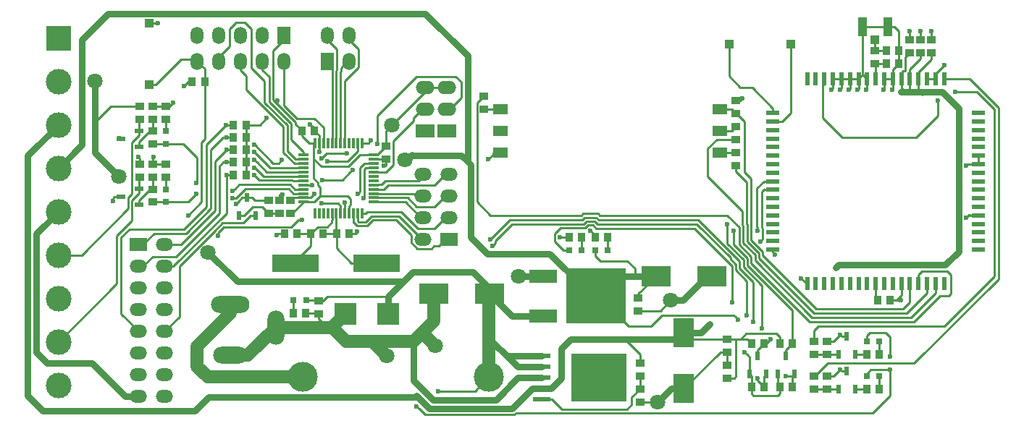
<source format=gbr>
G04 #@! TF.FileFunction,Copper,L1,Top,Signal*
%FSLAX46Y46*%
G04 Gerber Fmt 4.6, Leading zero omitted, Abs format (unit mm)*
G04 Created by KiCad (PCBNEW (2015-05-11 BZR 5650)-product) date Mon 11 May 2015 08:58:08 PM *
%MOMM*%
G01*
G04 APERTURE LIST*
%ADD10C,0.100000*%
%ADD11R,1.600000X0.600000*%
%ADD12R,0.600000X1.600000*%
%ADD13R,1.998980X1.524000*%
%ADD14O,1.998980X1.524000*%
%ADD15R,2.199640X1.524000*%
%ADD16O,2.199640X1.524000*%
%ADD17R,3.500120X2.400300*%
%ADD18R,2.550160X2.499360*%
%ADD19R,1.000760X0.899160*%
%ADD20R,2.400300X3.500120*%
%ADD21R,0.899160X1.000760*%
%ADD22C,3.500120*%
%ADD23O,1.998980X4.000500*%
%ADD24O,4.000500X1.998980*%
%ADD25O,4.500880X1.998980*%
%ADD26R,1.700000X1.300000*%
%ADD27R,1.050000X2.200000*%
%ADD28R,1.000000X1.050000*%
%ADD29R,2.999740X2.999740*%
%ADD30C,2.999740*%
%ADD31R,0.797560X0.797560*%
%ADD32R,0.599440X1.000760*%
%ADD33R,1.000760X0.599440*%
%ADD34R,1.000760X1.000760*%
%ADD35R,1.998980X0.596900*%
%ADD36R,6.499860X5.598160*%
%ADD37R,3.200400X1.600200*%
%ADD38R,7.000240X6.499860*%
%ADD39R,0.299720X1.300480*%
%ADD40R,1.300480X0.299720*%
%ADD41R,5.499100X1.998980*%
%ADD42R,1.524000X1.998980*%
%ADD43O,1.524000X1.998980*%
%ADD44C,0.600000*%
%ADD45C,1.800000*%
%ADD46C,0.254000*%
%ADD47C,0.800000*%
%ADD48C,1.500000*%
G04 APERTURE END LIST*
D10*
D11*
X152654000Y-99250000D03*
X152654000Y-100250000D03*
X152654000Y-101250000D03*
X152654000Y-102250000D03*
X152654000Y-103250000D03*
X152654000Y-104250000D03*
X152654000Y-105250000D03*
X152654000Y-106250000D03*
X152654000Y-107250000D03*
X152654000Y-108250000D03*
X152654000Y-109250000D03*
X152654000Y-110250000D03*
X152654000Y-111250000D03*
X152654000Y-112250000D03*
X152654000Y-113250000D03*
X152654000Y-114250000D03*
X152654000Y-115250000D03*
D12*
X156654000Y-119250000D03*
X157654000Y-119250000D03*
X158654000Y-119250000D03*
X159654000Y-119250000D03*
X160654000Y-119250000D03*
X161654000Y-119250000D03*
X162654000Y-119250000D03*
X163654000Y-119250000D03*
X164654000Y-119250000D03*
X165654000Y-119250000D03*
X166654000Y-119250000D03*
X167654000Y-119250000D03*
X168654000Y-119250000D03*
X169654000Y-119250000D03*
X170654000Y-119250000D03*
X171654000Y-119250000D03*
X172654000Y-119250000D03*
D11*
X176654000Y-115250000D03*
X176654000Y-114250000D03*
X176654000Y-113250000D03*
X176654000Y-112250000D03*
X176654000Y-111250000D03*
X176654000Y-110250000D03*
X176654000Y-109250000D03*
X176654000Y-108250000D03*
X176654000Y-107250000D03*
X176654000Y-106250000D03*
X176654000Y-105250000D03*
X176654000Y-104250000D03*
X176654000Y-103250000D03*
X176654000Y-102250000D03*
X176654000Y-101250000D03*
X176654000Y-100250000D03*
X176654000Y-99250000D03*
D12*
X172654000Y-95250000D03*
X171654000Y-95250000D03*
X170654000Y-95250000D03*
X169654000Y-95250000D03*
X168654000Y-95250000D03*
X167654000Y-95250000D03*
X166654000Y-95250000D03*
X165654000Y-95250000D03*
X164654000Y-95250000D03*
X163654000Y-95250000D03*
X162654000Y-95250000D03*
X161654000Y-95250000D03*
X160654000Y-95250000D03*
X159654000Y-95250000D03*
X158654000Y-95250000D03*
X157654000Y-95250000D03*
X156654000Y-95250000D03*
D13*
X78491080Y-114681000D03*
D14*
X81528920Y-114681000D03*
X78491080Y-117221000D03*
X81528920Y-117221000D03*
X78491080Y-119761000D03*
X81528920Y-119761000D03*
X78491080Y-122301000D03*
X81528920Y-122301000D03*
X78491080Y-124841000D03*
X81528920Y-124841000D03*
X78491080Y-127381000D03*
X81528920Y-127381000D03*
X78491080Y-129921000D03*
X81528920Y-129921000D03*
X78491080Y-132461000D03*
X81528920Y-132461000D03*
D15*
X112014000Y-101346000D03*
D16*
X112014000Y-98806000D03*
X112014000Y-96266000D03*
D17*
X119519700Y-120396000D03*
X113017300Y-120396000D03*
D18*
X102631240Y-122809000D03*
X107680760Y-122809000D03*
D19*
X99568000Y-121231660D03*
X99568000Y-122735340D03*
D17*
X138988800Y-118364000D03*
X145491200Y-118364000D03*
D20*
X142240000Y-125018800D03*
X142240000Y-131521200D03*
D19*
X136906000Y-120914160D03*
X136906000Y-122417840D03*
X147320000Y-125740160D03*
X147320000Y-127243840D03*
D21*
X164856160Y-121158000D03*
X166359840Y-121158000D03*
X165872160Y-93472000D03*
X167375840Y-93472000D03*
X165872160Y-91948000D03*
X167375840Y-91948000D03*
D19*
X148336000Y-99303840D03*
X148336000Y-97800160D03*
D21*
X86233000Y-95631000D03*
X84729320Y-95631000D03*
X97017840Y-113411000D03*
X95514160Y-113411000D03*
X101620320Y-113411000D03*
X103124000Y-113411000D03*
X97546160Y-101346000D03*
X99049840Y-101346000D03*
D19*
X107442000Y-103144320D03*
X107442000Y-104648000D03*
X96266000Y-110987840D03*
X96266000Y-109484160D03*
D22*
X97701100Y-130175000D03*
X119468900Y-130175000D03*
D23*
X94518480Y-124388880D03*
D24*
X89217500Y-127640080D03*
D25*
X89217500Y-121638060D03*
D26*
X146470000Y-98806000D03*
X146470000Y-101346000D03*
X146470000Y-103886000D03*
X120770000Y-98806000D03*
X120770000Y-101346000D03*
X120770000Y-103886000D03*
D27*
X163117000Y-89154000D03*
X166067000Y-89154000D03*
D28*
X164592000Y-90679000D03*
D29*
X69151500Y-90487500D03*
D30*
X69151500Y-105727500D03*
X69151500Y-110807500D03*
X69151500Y-115887500D03*
X69151500Y-120967500D03*
X69151500Y-126047500D03*
X69151500Y-131127500D03*
X69151500Y-100647500D03*
X69151500Y-95567500D03*
D15*
X114554000Y-101346000D03*
D16*
X114554000Y-98806000D03*
X114554000Y-96266000D03*
D31*
X98082100Y-121208800D03*
X96583500Y-121208800D03*
X131838700Y-115316000D03*
X133337300Y-115316000D03*
X128790700Y-115316000D03*
X130289300Y-115316000D03*
X81692750Y-102889050D03*
X81692750Y-101390450D03*
X81692750Y-109683550D03*
X81692750Y-108184950D03*
D32*
X149923500Y-129834640D03*
X150876000Y-127721360D03*
X151828500Y-129834640D03*
X153225500Y-129834640D03*
X154178000Y-127721360D03*
X155130500Y-129834640D03*
D33*
X78558390Y-103219250D03*
X76445110Y-102266750D03*
X78558390Y-101314250D03*
X78558390Y-110013750D03*
X76445110Y-109061250D03*
X78558390Y-108108750D03*
D32*
X90233500Y-111292640D03*
X91186000Y-109179360D03*
X92138500Y-111292640D03*
D21*
X98033840Y-122682000D03*
X96530160Y-122682000D03*
X150124160Y-131318000D03*
X151627840Y-131318000D03*
X153426160Y-131318000D03*
X154929840Y-131318000D03*
X150124160Y-126238000D03*
X151627840Y-126238000D03*
X153426160Y-126238000D03*
X154929840Y-126238000D03*
D19*
X137160000Y-128534160D03*
X137160000Y-130037840D03*
X137160000Y-131582160D03*
X137160000Y-133085840D03*
X147320000Y-130291840D03*
X147320000Y-128788160D03*
D21*
X131836160Y-113792000D03*
X133339840Y-113792000D03*
X128788160Y-113792000D03*
X130291840Y-113792000D03*
D19*
X148336000Y-100848160D03*
X148336000Y-102351840D03*
X148336000Y-103896160D03*
X148336000Y-105399840D03*
X164592000Y-91958160D03*
X164592000Y-93461840D03*
X118872000Y-97292160D03*
X118872000Y-98795840D03*
X78644750Y-99970590D03*
X78644750Y-98466910D03*
X78644750Y-106765090D03*
X78644750Y-105261410D03*
X80168750Y-99970590D03*
X80168750Y-98466910D03*
X80168750Y-106765090D03*
X80168750Y-105261410D03*
X80168750Y-102891590D03*
X80168750Y-101387910D03*
X80168750Y-109686090D03*
X80168750Y-108182410D03*
X81692750Y-98466910D03*
X81692750Y-99970590D03*
X81692750Y-105261410D03*
X81692750Y-106765090D03*
D21*
X100076000Y-113411000D03*
X98572320Y-113411000D03*
D19*
X93726000Y-110987840D03*
X93726000Y-109484160D03*
X94996000Y-109484160D03*
X94996000Y-110987840D03*
D21*
X89545160Y-106489500D03*
X91048840Y-106489500D03*
X89545160Y-105029000D03*
X91048840Y-105029000D03*
X89545160Y-103568500D03*
X91048840Y-103568500D03*
X89545160Y-102108000D03*
X91048840Y-102108000D03*
X89545160Y-100647500D03*
X91048840Y-100647500D03*
D34*
X147530820Y-91186000D03*
X154729180Y-91186000D03*
X79756000Y-88729820D03*
X79756000Y-95928180D03*
D35*
X125577600Y-127711200D03*
X125577600Y-132791200D03*
D36*
X132275580Y-130251200D03*
D35*
X125577600Y-128981200D03*
X125577600Y-130251200D03*
X125577600Y-131521200D03*
D37*
X125755400Y-118399560D03*
X125755400Y-123002040D03*
D38*
X132003800Y-120700800D03*
D39*
X100604320Y-111033560D03*
X101104700Y-111033560D03*
X101605080Y-111033560D03*
X102102920Y-111033560D03*
X102603300Y-111033560D03*
X99103180Y-111033560D03*
X99603560Y-111033560D03*
X100103940Y-111033560D03*
D40*
X105953560Y-109684820D03*
X105953560Y-109184440D03*
X105953560Y-108684060D03*
X105953560Y-108183680D03*
X105953560Y-107683300D03*
X105953560Y-107182920D03*
X105953560Y-106685080D03*
X105953560Y-106184700D03*
D39*
X104604820Y-102834440D03*
X104104440Y-102834440D03*
X103604060Y-102834440D03*
X103103680Y-102834440D03*
X102603300Y-102834440D03*
X102102920Y-102834440D03*
X101605080Y-102834440D03*
X101104700Y-102834440D03*
D40*
X97754440Y-104183180D03*
X97754440Y-104683560D03*
X97754440Y-105183940D03*
X97754440Y-105684320D03*
X97754440Y-106184700D03*
X97754440Y-106685080D03*
X97754440Y-107182920D03*
X97754440Y-107683300D03*
D39*
X103103680Y-111033560D03*
X103604060Y-111033560D03*
X104104440Y-111033560D03*
X104604820Y-111033560D03*
D40*
X105953560Y-105684320D03*
X105953560Y-105183940D03*
X105953560Y-104683560D03*
X105953560Y-104183180D03*
D39*
X100604320Y-102834440D03*
X100103940Y-102834440D03*
X99603560Y-102834440D03*
X99103180Y-102834440D03*
D40*
X97754440Y-108183680D03*
X97754440Y-108684060D03*
X97754440Y-109184440D03*
X97754440Y-109684820D03*
D41*
X96786700Y-116840000D03*
X106286300Y-116840000D03*
D42*
X95504000Y-90175080D03*
D43*
X95504000Y-93212920D03*
X92964000Y-90175080D03*
X92964000Y-93212920D03*
X90424000Y-90175080D03*
X90424000Y-93212920D03*
X87884000Y-90175080D03*
X87884000Y-93212920D03*
X85344000Y-90175080D03*
X85344000Y-93212920D03*
D42*
X100584000Y-93212920D03*
D43*
X100584000Y-90175080D03*
X103124000Y-93212920D03*
X103124000Y-90175080D03*
D13*
X114802920Y-114046000D03*
D14*
X111765080Y-114046000D03*
X114802920Y-111506000D03*
X111765080Y-111506000D03*
X114802920Y-108966000D03*
X111765080Y-108966000D03*
X114802920Y-106426000D03*
X111765080Y-106426000D03*
D31*
X163588700Y-125984000D03*
X165087300Y-125984000D03*
X163588700Y-130048000D03*
X165087300Y-130048000D03*
D32*
X160337500Y-127548640D03*
X161290000Y-125435360D03*
X162242500Y-127548640D03*
X160337500Y-131612640D03*
X161290000Y-129499360D03*
X162242500Y-131612640D03*
D21*
X163586160Y-127508000D03*
X165089840Y-127508000D03*
X163586160Y-131572000D03*
X165089840Y-131572000D03*
D19*
X159004000Y-127497840D03*
X159004000Y-125994160D03*
X159004000Y-131561840D03*
X159004000Y-130058160D03*
X157480000Y-125994160D03*
X157480000Y-127497840D03*
X157480000Y-130058160D03*
X157480000Y-131561840D03*
X169926000Y-92191840D03*
X169926000Y-90688160D03*
X168656000Y-92191840D03*
X168656000Y-90688160D03*
X171196000Y-92191840D03*
X171196000Y-90688160D03*
D44*
X78486000Y-104394000D03*
D45*
X73406000Y-95504000D03*
X76200000Y-106680004D03*
X86614000Y-115570000D03*
D44*
X110996590Y-133605410D03*
X113538000Y-131826000D03*
X166370000Y-129286000D03*
X166370000Y-127762000D03*
X175260000Y-111506000D03*
X175260000Y-105410000D03*
X172701119Y-93616225D03*
X167640000Y-121158000D03*
X127762000Y-113792000D03*
X131318000Y-113030000D03*
X80264000Y-104394000D03*
X149098000Y-97536000D03*
D45*
X122936000Y-118364000D03*
D44*
X119380000Y-104648000D03*
X82550000Y-98044000D03*
X75502630Y-109538630D03*
X76233194Y-102182565D03*
X160528000Y-125222000D03*
X160528000Y-129286000D03*
X152908000Y-115824000D03*
X155956000Y-118618000D03*
X166624000Y-96520000D03*
X165608000Y-96520000D03*
X163576000Y-96520000D03*
X162560000Y-96520000D03*
X161544000Y-96520000D03*
X160528000Y-96520000D03*
X159512000Y-96520000D03*
D45*
X140716000Y-121158000D03*
X139192000Y-133096000D03*
X107492800Y-127711200D03*
X113131600Y-126492000D03*
D44*
X99060000Y-108712000D03*
X89901213Y-109869321D03*
X98553130Y-100582870D03*
X104013000Y-113157000D03*
X99603565Y-103841263D03*
X107132918Y-105398960D03*
X94615000Y-113538000D03*
X102616000Y-109728000D03*
X83820000Y-96146990D03*
X80772000Y-88773000D03*
X168656000Y-89662000D03*
X169926000Y-89662000D03*
X171196000Y-89662000D03*
X94742000Y-97790000D03*
X93472000Y-99822000D03*
X149352000Y-127254000D03*
X148590000Y-123444000D03*
D45*
X109575600Y-104749600D03*
X108121102Y-100666898D03*
D44*
X160020000Y-117348000D03*
X147840545Y-121399455D03*
X145288000Y-123952000D03*
X84264500Y-111252000D03*
X87757000Y-113665000D03*
X97599500Y-111760000D03*
X99885500Y-109855000D03*
X150842863Y-113078938D03*
X147320000Y-112268000D03*
X151384000Y-124460000D03*
X152400000Y-125730000D03*
X151153604Y-114276396D03*
X148082000Y-113030000D03*
X173990000Y-96774000D03*
X171958000Y-97790000D03*
X103512980Y-105918000D03*
X98806000Y-107696000D03*
X99986506Y-107100444D03*
X106426000Y-102870000D03*
X92011500Y-103822500D03*
X88773000Y-102108000D03*
X91998440Y-104711500D03*
X88773000Y-103568500D03*
X91983882Y-105649126D03*
X88773000Y-105029000D03*
X85224980Y-107420783D03*
X89471500Y-108394504D03*
X85224980Y-108742664D03*
X89471500Y-109194513D03*
X150876000Y-130302000D03*
X149606000Y-122936000D03*
X119888000Y-114808000D03*
X104140000Y-108712000D03*
X119600990Y-114033606D03*
X154178000Y-130048000D03*
X150368000Y-123698000D03*
X104803318Y-109220000D03*
X95342911Y-108767506D03*
X100584566Y-104902228D03*
X91998422Y-106489500D03*
X88773000Y-106489500D03*
X95250000Y-104775000D03*
X92011500Y-102997000D03*
X88709500Y-100647500D03*
X99841831Y-104604970D03*
X102872003Y-103977953D03*
X105664000Y-102488988D03*
D46*
X78644750Y-105261410D02*
X78644750Y-104552750D01*
X78644750Y-104552750D02*
X78486000Y-104394000D01*
D47*
X73406000Y-103886004D02*
X73406000Y-100327374D01*
X73406000Y-100327374D02*
X73406000Y-96776792D01*
D46*
X78644750Y-98466910D02*
X75266464Y-98466910D01*
X75266464Y-98466910D02*
X73406000Y-100327374D01*
D47*
X73406000Y-96776792D02*
X73406000Y-95504000D01*
X76200000Y-106680004D02*
X73406000Y-103886004D01*
X109419888Y-118989612D02*
X110553500Y-117856000D01*
X109419888Y-118989612D02*
X90033612Y-118989612D01*
X107680760Y-120728740D02*
X109419888Y-118989612D01*
X90033612Y-118989612D02*
X86614000Y-115570000D01*
D46*
X111296589Y-133905409D02*
X110996590Y-133605410D01*
X122433995Y-134585010D02*
X111976190Y-134585010D01*
X122653005Y-134366000D02*
X122433995Y-134585010D01*
X164338000Y-134366000D02*
X122653005Y-134366000D01*
X166370000Y-132334000D02*
X164338000Y-134366000D01*
X111976190Y-134585010D02*
X111296589Y-133905409D01*
X166370000Y-129286000D02*
X166370000Y-132334000D01*
X163588700Y-125984000D02*
X163588700Y-125331220D01*
X163588700Y-125331220D02*
X163951920Y-124968000D01*
X163951920Y-124968000D02*
X165862000Y-124968000D01*
X165862000Y-124968000D02*
X166370000Y-125476000D01*
X166370000Y-125476000D02*
X166370000Y-127762000D01*
X164084000Y-129286000D02*
X166370000Y-129286000D01*
X163588700Y-129781300D02*
X164084000Y-129286000D01*
X163588700Y-130048000D02*
X163588700Y-129781300D01*
X113538000Y-131826000D02*
X117817900Y-131826000D01*
X117817900Y-131826000D02*
X119468900Y-130175000D01*
D47*
X125577600Y-127711200D02*
X121513600Y-127711200D01*
X119468900Y-125666500D02*
X119468900Y-125615700D01*
X121513600Y-127711200D02*
X119468900Y-125666500D01*
X125577600Y-128981200D02*
X122834400Y-128981200D01*
X122834400Y-128981200D02*
X119468900Y-125615700D01*
X119468900Y-125615700D02*
X119468900Y-125615700D01*
X125755400Y-123002040D02*
X122125740Y-123002040D01*
X122125740Y-123002040D02*
X119519700Y-120396000D01*
D46*
X98082100Y-121208800D02*
X99545140Y-121208800D01*
X99545140Y-121208800D02*
X99568000Y-121231660D01*
X99568000Y-121231660D02*
X100053140Y-121231660D01*
X100053140Y-121231660D02*
X100556060Y-120728740D01*
X100556060Y-120728740D02*
X107680760Y-120728740D01*
D47*
X107680760Y-122809000D02*
X107680760Y-120728740D01*
X117538500Y-117856000D02*
X119519700Y-119837200D01*
X110553500Y-117856000D02*
X117538500Y-117856000D01*
X119519700Y-119837200D02*
X119519700Y-120396000D01*
D48*
X119468900Y-130175000D02*
X119468900Y-125615700D01*
X119468900Y-125615700D02*
X119468900Y-120446800D01*
X119468900Y-120446800D02*
X119519700Y-120396000D01*
D46*
X175559999Y-111206001D02*
X175260000Y-111506000D01*
X175770000Y-111250000D02*
X175726001Y-111206001D01*
X175726001Y-111206001D02*
X175559999Y-111206001D01*
X176654000Y-111250000D02*
X175516000Y-111250000D01*
X175516000Y-111250000D02*
X175260000Y-111506000D01*
X175420000Y-105250000D02*
X175260000Y-105410000D01*
X176654000Y-105250000D02*
X175420000Y-105250000D01*
X176654000Y-104250000D02*
X176654000Y-105250000D01*
X170654000Y-95250000D02*
X171654000Y-95250000D01*
X166359840Y-121158000D02*
X167640000Y-121158000D01*
X128788160Y-113792000D02*
X127762000Y-113792000D01*
X131836160Y-113792000D02*
X131836160Y-113548160D01*
X131836160Y-113548160D02*
X131318000Y-113030000D01*
X80168750Y-105261410D02*
X80168750Y-104489250D01*
X80168750Y-104489250D02*
X80264000Y-104394000D01*
X81692750Y-105261410D02*
X80168750Y-105261410D01*
X148336000Y-97800160D02*
X148833840Y-97800160D01*
X148833840Y-97800160D02*
X149098000Y-97536000D01*
D47*
X125755400Y-118399560D02*
X122971560Y-118399560D01*
X122971560Y-118399560D02*
X122936000Y-118364000D01*
D46*
X119920000Y-103886000D02*
X119920000Y-104108000D01*
X119920000Y-104108000D02*
X119380000Y-104648000D01*
X81692750Y-98466910D02*
X82127090Y-98466910D01*
X82127090Y-98466910D02*
X82550000Y-98044000D01*
X80168750Y-98466910D02*
X81692750Y-98466910D01*
X75690730Y-109061250D02*
X75502630Y-109249350D01*
X76445110Y-109061250D02*
X75690730Y-109061250D01*
X75502630Y-109249350D02*
X75502630Y-109538630D01*
X76317379Y-102266750D02*
X76233194Y-102182565D01*
X76445110Y-102266750D02*
X76317379Y-102266750D01*
D47*
X125577600Y-130251200D02*
X122842573Y-130251200D01*
X110617000Y-130538774D02*
X110617000Y-125984000D01*
X112936216Y-132857990D02*
X110617000Y-130538774D01*
X120235783Y-132857990D02*
X112936216Y-132857990D01*
X122842573Y-130251200D02*
X120235783Y-132857990D01*
D46*
X159004000Y-130058160D02*
X159755840Y-130058160D01*
X159755840Y-130058160D02*
X160528000Y-129286000D01*
X159004000Y-125994160D02*
X159755840Y-125994160D01*
X159755840Y-125994160D02*
X160528000Y-125222000D01*
X161290000Y-125435360D02*
X160741360Y-125435360D01*
X160741360Y-125435360D02*
X160528000Y-125222000D01*
X161290000Y-129499360D02*
X160741360Y-129499360D01*
X160741360Y-129499360D02*
X160528000Y-129286000D01*
X152654000Y-115250000D02*
X152654000Y-115570000D01*
X152654000Y-115570000D02*
X152908000Y-115824000D01*
X156654000Y-119250000D02*
X156588000Y-119250000D01*
X156588000Y-119250000D02*
X155956000Y-118618000D01*
X166359840Y-121158000D02*
X167063420Y-121158000D01*
X167063420Y-121158000D02*
X167654000Y-120567420D01*
X167654000Y-120567420D02*
X167654000Y-120304000D01*
X167654000Y-120304000D02*
X167654000Y-119250000D01*
X147320000Y-127243840D02*
X147320000Y-128788160D01*
X137160000Y-133085840D02*
X139181840Y-133085840D01*
X139181840Y-133085840D02*
X139192000Y-133096000D01*
X166654000Y-95250000D02*
X166654000Y-96490000D01*
X166654000Y-96490000D02*
X166624000Y-96520000D01*
X165654000Y-95250000D02*
X165654000Y-96474000D01*
X165654000Y-96474000D02*
X165608000Y-96520000D01*
X163654000Y-95250000D02*
X163654000Y-96442000D01*
X163654000Y-96442000D02*
X163576000Y-96520000D01*
X162654000Y-95250000D02*
X162654000Y-96426000D01*
X162654000Y-96426000D02*
X162560000Y-96520000D01*
X161654000Y-95250000D02*
X161654000Y-96410000D01*
X161654000Y-96410000D02*
X161544000Y-96520000D01*
X160654000Y-95250000D02*
X160654000Y-96394000D01*
X160654000Y-96394000D02*
X160528000Y-96520000D01*
X159654000Y-95250000D02*
X159654000Y-96378000D01*
X159654000Y-96378000D02*
X159512000Y-96520000D01*
X159654000Y-95250000D02*
X161654000Y-95250000D01*
X159654000Y-95250000D02*
X160654000Y-95250000D01*
X161654000Y-95250000D02*
X162654000Y-95250000D01*
X163117000Y-94212724D02*
X163117000Y-94713000D01*
X163117000Y-89154000D02*
X163117000Y-94212724D01*
X163117000Y-94212724D02*
X163117000Y-94787000D01*
X163117000Y-94787000D02*
X162654000Y-95250000D01*
X163117000Y-94713000D02*
X163654000Y-95250000D01*
X163117000Y-89154000D02*
X163896000Y-89154000D01*
X163896000Y-89154000D02*
X166067000Y-89154000D01*
X166067000Y-89154000D02*
X166846000Y-89154000D01*
X166846000Y-89154000D02*
X167375840Y-89683840D01*
X167375840Y-89683840D02*
X167375840Y-91193620D01*
X167375840Y-91193620D02*
X167375840Y-91948000D01*
X166654000Y-95250000D02*
X165654000Y-95250000D01*
X167375840Y-93472000D02*
X166654000Y-94193840D01*
X166654000Y-94193840D02*
X166654000Y-95250000D01*
X167375840Y-93472000D02*
X167375840Y-91948000D01*
X136906000Y-122417840D02*
X139456160Y-122417840D01*
D47*
X142147290Y-121158000D02*
X144941290Y-118364000D01*
X142147290Y-121158000D02*
X141988792Y-121158000D01*
X141988792Y-121158000D02*
X140716000Y-121158000D01*
D46*
X139456160Y-122417840D02*
X140716000Y-121158000D01*
X147320000Y-127243840D02*
X146517360Y-127243840D01*
X146517360Y-127243840D02*
X142240000Y-131521200D01*
D47*
X145491200Y-118364000D02*
X144941290Y-118364000D01*
X142240000Y-131521200D02*
X140766800Y-131521200D01*
X140766800Y-131521200D02*
X139192000Y-133096000D01*
D48*
X105300995Y-125984000D02*
X110617000Y-125984000D01*
X102743000Y-125984000D02*
X105300995Y-125984000D01*
X105300995Y-125984000D02*
X105765600Y-125984000D01*
X105765600Y-125984000D02*
X107492800Y-127711200D01*
X111618378Y-124982622D02*
X113017300Y-123583700D01*
X110617000Y-125984000D02*
X111618378Y-124982622D01*
X111618378Y-124982622D02*
X111622222Y-124982622D01*
X111622222Y-124982622D02*
X113131600Y-126492000D01*
D46*
X98033840Y-122682000D02*
X99514660Y-122682000D01*
X99514660Y-122682000D02*
X99568000Y-122735340D01*
X99568000Y-122735340D02*
X99568000Y-123393200D01*
X100563680Y-124388880D02*
X98938080Y-124388880D01*
X99568000Y-123393200D02*
X100563680Y-124388880D01*
D48*
X101051360Y-124388880D02*
X101147880Y-124388880D01*
X113017300Y-123583700D02*
X113017300Y-120396000D01*
X101147880Y-124388880D02*
X102743000Y-125984000D01*
X94518480Y-124388880D02*
X97416620Y-124388880D01*
X97416620Y-124388880D02*
X98938080Y-124388880D01*
X98938080Y-124388880D02*
X101051360Y-124388880D01*
X101051360Y-124388880D02*
X102631240Y-122809000D01*
X89217500Y-127640080D02*
X91267280Y-127640080D01*
X91267280Y-127640080D02*
X94518480Y-124388880D01*
D46*
X98587560Y-109184440D02*
X99060000Y-108712000D01*
X97754440Y-109184440D02*
X98587560Y-109184440D01*
X91186000Y-109179360D02*
X90591174Y-109179360D01*
X90201212Y-109569322D02*
X89901213Y-109869321D01*
X90591174Y-109179360D02*
X90201212Y-109569322D01*
X98853129Y-100882869D02*
X98553130Y-100582870D01*
X99049840Y-101079580D02*
X98853129Y-100882869D01*
X99049840Y-101346000D02*
X99049840Y-101079580D01*
X104013000Y-113225580D02*
X104013000Y-113157000D01*
X103827580Y-113411000D02*
X104013000Y-113225580D01*
X103124000Y-113411000D02*
X103827580Y-113411000D01*
X99603560Y-103841258D02*
X99603565Y-103841263D01*
X99603560Y-102834440D02*
X99603560Y-103841258D01*
X92044520Y-109484160D02*
X93726000Y-109484160D01*
X91186000Y-109179360D02*
X91739720Y-109179360D01*
X91739720Y-109179360D02*
X92044520Y-109484160D01*
X93726000Y-109484160D02*
X93675200Y-109484160D01*
X99603560Y-102834440D02*
X99603560Y-101899720D01*
X99603560Y-101899720D02*
X99049840Y-101346000D01*
X96266000Y-109484160D02*
X96565720Y-109184440D01*
X96565720Y-109184440D02*
X97754440Y-109184440D01*
X107406440Y-104683560D02*
X107442000Y-104648000D01*
X105953560Y-104683560D02*
X107406440Y-104683560D01*
X107394620Y-105398960D02*
X107132918Y-105398960D01*
X107442000Y-105351580D02*
X107394620Y-105398960D01*
X107442000Y-104648000D02*
X107442000Y-105351580D01*
X94742000Y-113411000D02*
X94615000Y-113538000D01*
X95514160Y-113411000D02*
X94742000Y-113411000D01*
X102603300Y-109740700D02*
X102616000Y-109728000D01*
X102603300Y-111033560D02*
X102603300Y-109740700D01*
X84335990Y-95631000D02*
X83820000Y-96146990D01*
X84729320Y-95631000D02*
X84335990Y-95631000D01*
X80728820Y-88729820D02*
X80772000Y-88773000D01*
X79756000Y-88729820D02*
X80728820Y-88729820D01*
X171654000Y-94663344D02*
X171654000Y-95250000D01*
X172701119Y-93616225D02*
X171654000Y-94663344D01*
X168656000Y-90688160D02*
X168656000Y-89662000D01*
X169926000Y-90688160D02*
X169926000Y-89662000D01*
X171196000Y-90688160D02*
X171196000Y-89662000D01*
X96842580Y-100342147D02*
X94700424Y-98199991D01*
X94700424Y-98199991D02*
X94234000Y-97733567D01*
X94742000Y-97790000D02*
X94742000Y-98158415D01*
X94742000Y-98158415D02*
X94700424Y-98199991D01*
X91048840Y-100647500D02*
X92646500Y-100647500D01*
X92646500Y-100647500D02*
X93472000Y-99822000D01*
D47*
X69151500Y-105727500D02*
X71882000Y-102997000D01*
X71882000Y-102997000D02*
X71882000Y-90678000D01*
X71882000Y-90678000D02*
X74930561Y-87629439D01*
X74930561Y-87629439D02*
X112013439Y-87629439D01*
X112013439Y-87629439D02*
X116937087Y-92553087D01*
X116937087Y-92553087D02*
X116937087Y-104948287D01*
X117348000Y-105359200D02*
X116937087Y-104948287D01*
X116937087Y-104948287D02*
X116230400Y-104241600D01*
D46*
X149651999Y-127553999D02*
X149352000Y-127254000D01*
X149923500Y-129834640D02*
X149923500Y-127825500D01*
X149923500Y-127825500D02*
X149651999Y-127553999D01*
X148082000Y-122936000D02*
X148290001Y-123144001D01*
X139700000Y-122936000D02*
X148082000Y-122936000D01*
X138431270Y-124204730D02*
X139700000Y-122936000D01*
X135757920Y-124204730D02*
X138431270Y-124204730D01*
X132253990Y-120700800D02*
X135757920Y-124204730D01*
X148290001Y-123144001D02*
X148590000Y-123444000D01*
X132003800Y-120700800D02*
X132253990Y-120700800D01*
D47*
X110490000Y-104190800D02*
X109931200Y-104749600D01*
X109931200Y-104749600D02*
X109575600Y-104749600D01*
X110540800Y-104241600D02*
X110490000Y-104190800D01*
X116230400Y-104241600D02*
X110540800Y-104241600D01*
X126544143Y-115708001D02*
X119264001Y-115708001D01*
X117348000Y-113792000D02*
X117348000Y-105359200D01*
X131536942Y-120700800D02*
X126544143Y-115708001D01*
X119264001Y-115708001D02*
X117348000Y-113792000D01*
X132003800Y-120700800D02*
X131536942Y-120700800D01*
D46*
X131838700Y-115316000D02*
X131838700Y-115968780D01*
X136528164Y-117478164D02*
X136528164Y-118364000D01*
X131838700Y-115968780D02*
X132455920Y-116586000D01*
X132455920Y-116586000D02*
X135636000Y-116586000D01*
X135636000Y-116586000D02*
X136528164Y-117478164D01*
D47*
X138988800Y-118364000D02*
X136528164Y-118364000D01*
X136528164Y-118364000D02*
X134340600Y-118364000D01*
D46*
X98976519Y-104653327D02*
X98976519Y-102961101D01*
X102965605Y-105537413D02*
X99860605Y-105537413D01*
X104319838Y-104183180D02*
X102965605Y-105537413D01*
X99860605Y-105537413D02*
X98976519Y-104653327D01*
X105953560Y-104183180D02*
X104319838Y-104183180D01*
X150124160Y-131318000D02*
X150124160Y-132072380D01*
X150124160Y-132072380D02*
X150368000Y-132316220D01*
X150368000Y-132316220D02*
X153182320Y-132316220D01*
X153182320Y-132316220D02*
X153426160Y-132072380D01*
X153426160Y-132072380D02*
X153426160Y-131318000D01*
X153225500Y-129834640D02*
X153225500Y-131117340D01*
X153225500Y-131117340D02*
X153426160Y-131318000D01*
X150124160Y-131318000D02*
X150124160Y-130035300D01*
X150124160Y-130035300D02*
X149923500Y-129834640D01*
X136906000Y-120914160D02*
X136906000Y-120446800D01*
X136906000Y-120446800D02*
X138988800Y-118364000D01*
D47*
X134340600Y-118364000D02*
X132003800Y-120700800D01*
D46*
X108121102Y-100666898D02*
X107442000Y-101346000D01*
X112014000Y-96774000D02*
X108121102Y-100666898D01*
X102916961Y-108973999D02*
X99725963Y-108973999D01*
X99725963Y-108973999D02*
X99687001Y-109012961D01*
X99687001Y-107980963D02*
X99687001Y-109012961D01*
X99433001Y-107726963D02*
X99687001Y-107980963D01*
X99433001Y-107395039D02*
X99433001Y-107726963D01*
X98976519Y-102961101D02*
X98976519Y-106938557D01*
X98976519Y-106938557D02*
X99433001Y-107395039D01*
X98658680Y-109684820D02*
X97754440Y-109684820D01*
X99687001Y-109012961D02*
X99015142Y-109684820D01*
X99015142Y-109684820D02*
X98658680Y-109684820D01*
X103243001Y-109300039D02*
X102916961Y-108973999D01*
X103243001Y-109989999D02*
X103243001Y-109300039D01*
X103103680Y-110129320D02*
X103243001Y-109989999D01*
X103103680Y-111033560D02*
X103103680Y-110129320D01*
X91048840Y-106489500D02*
X91048840Y-105029000D01*
X91048840Y-105029000D02*
X91048840Y-103568500D01*
X91048840Y-102108000D02*
X91048840Y-103568500D01*
X91048840Y-100647500D02*
X91048840Y-102108000D01*
X99103180Y-102834440D02*
X98461113Y-102834440D01*
X97546160Y-101919487D02*
X97546160Y-101346000D01*
X98461113Y-102834440D02*
X97546160Y-101919487D01*
X95504000Y-90661490D02*
X95504000Y-90424000D01*
X94234000Y-91931490D02*
X95504000Y-90661490D01*
X94234000Y-97733567D02*
X94234000Y-91931490D01*
X96842580Y-100591620D02*
X96842580Y-100342147D01*
X97546160Y-101295200D02*
X96842580Y-100591620D01*
X97546160Y-101346000D02*
X97546160Y-101295200D01*
X114554000Y-96266000D02*
X112014000Y-96266000D01*
X98976519Y-102961101D02*
X99103180Y-102834440D01*
X96266000Y-110987840D02*
X96451420Y-110987840D01*
X96451420Y-110987840D02*
X97754440Y-109684820D01*
X107442000Y-102440740D02*
X107442000Y-103144320D01*
X107442000Y-101346000D02*
X107442000Y-102440740D01*
X112014000Y-96266000D02*
X112014000Y-96774000D01*
X106403140Y-104183180D02*
X107442000Y-103144320D01*
X105953560Y-104183180D02*
X106403140Y-104183180D01*
D47*
X169553612Y-96774000D02*
X172403998Y-96774000D01*
X172403998Y-96774000D02*
X174359999Y-98730001D01*
X174359999Y-115454001D02*
X172765999Y-117048001D01*
X174359999Y-98730001D02*
X174359999Y-115454001D01*
X160319999Y-117048001D02*
X160020000Y-117348000D01*
X172765999Y-117048001D02*
X160319999Y-117048001D01*
D46*
X147840545Y-120975191D02*
X147840545Y-121399455D01*
X147840545Y-117174533D02*
X147840545Y-120975191D01*
X143442012Y-112776000D02*
X147840545Y-117174533D01*
X131991962Y-112776000D02*
X143442012Y-112776000D01*
X127134999Y-114313079D02*
X127134999Y-113403001D01*
X131618961Y-112402999D02*
X131991962Y-112776000D01*
X130690999Y-112729039D02*
X131017039Y-112402999D01*
X131017039Y-112402999D02*
X131618961Y-112402999D01*
X127134999Y-113403001D02*
X127808961Y-112729039D01*
X127808961Y-112729039D02*
X130690999Y-112729039D01*
X128137920Y-115316000D02*
X127134999Y-114313079D01*
X128790700Y-115316000D02*
X128137920Y-115316000D01*
D47*
X65532000Y-132334000D02*
X65532000Y-104267000D01*
X65532000Y-104267000D02*
X69151500Y-100647500D01*
X67310000Y-134112000D02*
X65532000Y-132334000D01*
X74930000Y-134112000D02*
X67310000Y-134112000D01*
X74930000Y-134112000D02*
X74676000Y-134112000D01*
X85090000Y-134112000D02*
X74930000Y-134112000D01*
X86676939Y-132525061D02*
X85090000Y-134112000D01*
X110998000Y-132334000D02*
X110806939Y-132525061D01*
X110806939Y-132525061D02*
X86676939Y-132525061D01*
X112522000Y-133858000D02*
X110998000Y-132334000D01*
X122132858Y-133858000D02*
X112522000Y-133858000D01*
X124469658Y-131521200D02*
X122132858Y-133858000D01*
X125577600Y-131521200D02*
X124469658Y-131521200D01*
D46*
X147320000Y-130291840D02*
X148092160Y-130291840D01*
X148336000Y-130048000D02*
X148336000Y-125740160D01*
X148092160Y-130291840D02*
X148336000Y-130048000D01*
D47*
X129032000Y-125730000D02*
X135341360Y-125730000D01*
X135341360Y-125730000D02*
X141528800Y-125730000D01*
D46*
X137160000Y-128534160D02*
X137160000Y-127548640D01*
X137160000Y-127548640D02*
X135341360Y-125730000D01*
X169654000Y-96673612D02*
X169553612Y-96774000D01*
D47*
X169553612Y-96774000D02*
X168928297Y-96774000D01*
D46*
X169654000Y-95250000D02*
X169654000Y-96673612D01*
D47*
X168928297Y-96774000D02*
X168348834Y-96774000D01*
D46*
X168654000Y-95250000D02*
X168654000Y-96499703D01*
X168654000Y-96499703D02*
X168928297Y-96774000D01*
X167654000Y-96304000D02*
X168124000Y-96774000D01*
D47*
X168348834Y-96774000D02*
X167640000Y-96774000D01*
D46*
X167654000Y-95250000D02*
X167654000Y-96304000D01*
X168124000Y-96774000D02*
X168348834Y-96774000D01*
D47*
X142240000Y-125018800D02*
X144221200Y-125018800D01*
X144221200Y-125018800D02*
X145288000Y-123952000D01*
D46*
X149525782Y-125102999D02*
X148888621Y-125740160D01*
X153426160Y-125483620D02*
X153045539Y-125102999D01*
X153426160Y-126238000D02*
X153426160Y-125483620D01*
X153045539Y-125102999D02*
X149525782Y-125102999D01*
X147320000Y-125740160D02*
X148336000Y-125740160D01*
X148336000Y-125740160D02*
X148888621Y-125740160D01*
X148888621Y-125740160D02*
X149626320Y-125740160D01*
X149626320Y-125740160D02*
X150124160Y-126238000D01*
X147320000Y-125740160D02*
X142961360Y-125740160D01*
X142961360Y-125740160D02*
X142240000Y-125018800D01*
D47*
X125577600Y-131521200D02*
X126685542Y-131521200D01*
X126685542Y-131521200D02*
X127904742Y-130302000D01*
X127904742Y-130302000D02*
X127904742Y-126857258D01*
X127904742Y-126857258D02*
X129032000Y-125730000D01*
X141528800Y-125730000D02*
X142240000Y-125018800D01*
D46*
X169857420Y-96774000D02*
X169553612Y-96774000D01*
X170180000Y-97096580D02*
X169857420Y-96774000D01*
X168910000Y-96792297D02*
X168928297Y-96774000D01*
X168656000Y-92202000D02*
X168656000Y-92191840D01*
X168150201Y-92707799D02*
X168656000Y-92202000D01*
X168152421Y-92710019D02*
X168150201Y-92707799D01*
X168087021Y-94299381D02*
X168152421Y-94233981D01*
X167856619Y-94299381D02*
X168087021Y-94299381D01*
X167654000Y-94502000D02*
X167856619Y-94299381D01*
X168152421Y-94233981D02*
X168152421Y-92710019D01*
X167654000Y-95250000D02*
X167654000Y-94502000D01*
X169926000Y-92924000D02*
X169926000Y-92191840D01*
X168654000Y-94196000D02*
X169926000Y-92924000D01*
X168654000Y-95250000D02*
X168654000Y-94196000D01*
X171196000Y-92964000D02*
X171196000Y-92191840D01*
X169654000Y-94506000D02*
X171196000Y-92964000D01*
X169654000Y-95250000D02*
X169654000Y-94506000D01*
X164654000Y-119250000D02*
X164654000Y-120955840D01*
X164654000Y-120955840D02*
X164856160Y-121158000D01*
X164592000Y-93461840D02*
X165862000Y-93461840D01*
X165862000Y-93461840D02*
X165872160Y-93472000D01*
X164654000Y-95250000D02*
X164654000Y-93523840D01*
X164654000Y-93523840D02*
X164592000Y-93461840D01*
X164592000Y-91958160D02*
X165862000Y-91958160D01*
X165862000Y-91958160D02*
X165872160Y-91948000D01*
X164592000Y-91958160D02*
X164592000Y-90679000D01*
X148336000Y-99303840D02*
X148386800Y-99303840D01*
X149352000Y-100269040D02*
X149352000Y-106172000D01*
X167894000Y-122174000D02*
X168654000Y-121414000D01*
X148386800Y-99303840D02*
X149352000Y-100269040D01*
X149352000Y-106172000D02*
X150114000Y-106934000D01*
X150114000Y-106934000D02*
X150114000Y-114123532D01*
X150114000Y-114123532D02*
X151472625Y-115482157D01*
X151472625Y-115482157D02*
X151472625Y-115912625D01*
X151472625Y-115912625D02*
X157734000Y-122174000D01*
X157734000Y-122174000D02*
X167894000Y-122174000D01*
X168654000Y-121414000D02*
X168654000Y-119250000D01*
X147320000Y-98806000D02*
X147838160Y-98806000D01*
X147838160Y-98806000D02*
X148336000Y-99303840D01*
X79756000Y-95928180D02*
X80510380Y-95928180D01*
X80510380Y-95928180D02*
X83474560Y-92964000D01*
X83474560Y-92964000D02*
X85344000Y-92964000D01*
X86233000Y-94090490D02*
X86233000Y-95631000D01*
X85344000Y-93201490D02*
X86233000Y-94090490D01*
X84264500Y-111252000D02*
X85852000Y-109664500D01*
X86233000Y-102298500D02*
X86233000Y-95631000D01*
X85852000Y-109664500D02*
X85852000Y-102679500D01*
X85852000Y-102679500D02*
X86233000Y-102298500D01*
X88457381Y-112583619D02*
X87757000Y-113284000D01*
X87757000Y-113284000D02*
X87757000Y-113665000D01*
X97175236Y-111760000D02*
X96351617Y-112583619D01*
X97599500Y-111760000D02*
X97175236Y-111760000D01*
X96351617Y-112583619D02*
X88457381Y-112583619D01*
X101828600Y-109855000D02*
X99885500Y-109855000D01*
X102102920Y-111033560D02*
X102102920Y-110129320D01*
X102102920Y-110129320D02*
X101828600Y-109855000D01*
X85344000Y-93201490D02*
X85344000Y-92964000D01*
X101104700Y-111033560D02*
X101104700Y-111747300D01*
X101081181Y-111770819D02*
X101081181Y-112024819D01*
X100522381Y-112583619D02*
X99449820Y-112583619D01*
X101104700Y-111747300D02*
X101081181Y-111770819D01*
X101081181Y-112024819D02*
X100522381Y-112583619D01*
X99449820Y-112583619D02*
X98622439Y-113411000D01*
X98622439Y-113411000D02*
X98572320Y-113411000D01*
X96786700Y-116840000D02*
X96786700Y-116573300D01*
X96786700Y-116573300D02*
X98572320Y-114787680D01*
X98572320Y-114787680D02*
X98572320Y-114165380D01*
X98572320Y-114165380D02*
X98572320Y-113411000D01*
X98572320Y-113411000D02*
X97017840Y-113411000D01*
X101620320Y-113411000D02*
X101620320Y-115082320D01*
X101620320Y-115082320D02*
X103378000Y-116840000D01*
X103378000Y-116840000D02*
X106286300Y-116840000D01*
X101605080Y-113395760D02*
X101620320Y-113411000D01*
X101605080Y-111033560D02*
X101605080Y-113395760D01*
X101620320Y-113411000D02*
X100076000Y-113411000D01*
D48*
X89217500Y-121638060D02*
X89217500Y-122682000D01*
X86550500Y-130175000D02*
X97701100Y-130175000D01*
X85344000Y-128968500D02*
X86550500Y-130175000D01*
X85344000Y-126555500D02*
X85344000Y-128968500D01*
X89217500Y-122682000D02*
X85344000Y-126555500D01*
D46*
X148844000Y-96266000D02*
X147530820Y-94952820D01*
X147530820Y-94952820D02*
X147530820Y-91186000D01*
X150224000Y-96266000D02*
X148844000Y-96266000D01*
X152654000Y-99250000D02*
X152654000Y-98696000D01*
X152654000Y-98696000D02*
X150224000Y-96266000D01*
X154729180Y-91186000D02*
X154729180Y-99228820D01*
X154729180Y-99228820D02*
X153708000Y-100250000D01*
X153708000Y-100250000D02*
X152654000Y-100250000D01*
X150842863Y-112654674D02*
X150842863Y-113078938D01*
X151600000Y-107250000D02*
X150783017Y-108066983D01*
X150783017Y-108066983D02*
X150783017Y-112594828D01*
X149202575Y-116422442D02*
X147320000Y-114539867D01*
X149202575Y-117252429D02*
X149202575Y-116422442D01*
X151384000Y-124460000D02*
X151384000Y-119433854D01*
X151384000Y-119433854D02*
X149202575Y-117252429D01*
X147320000Y-114539867D02*
X147320000Y-112692264D01*
X147320000Y-112692264D02*
X147320000Y-112268000D01*
X152654000Y-107250000D02*
X151600000Y-107250000D01*
X150783017Y-112594828D02*
X150842863Y-112654674D01*
X151627840Y-126238000D02*
X151892000Y-126238000D01*
X151892000Y-126238000D02*
X152400000Y-125730000D01*
X150876000Y-127721360D02*
X150876000Y-126989840D01*
X150876000Y-126989840D02*
X151627840Y-126238000D01*
X149656585Y-116234385D02*
X148082000Y-114659800D01*
X148082000Y-113454264D02*
X148082000Y-113030000D01*
X151384000Y-112739298D02*
X151469883Y-112825181D01*
X151469883Y-112825181D02*
X151469883Y-113960117D01*
X151384000Y-108466000D02*
X151384000Y-112739298D01*
X151453603Y-113976397D02*
X151153604Y-114276396D01*
X151600000Y-108250000D02*
X151384000Y-108466000D01*
X152654000Y-108250000D02*
X151600000Y-108250000D01*
X154929840Y-122337627D02*
X149656585Y-117064372D01*
X151469883Y-113960117D02*
X151453603Y-113976397D01*
X154929840Y-126238000D02*
X154929840Y-122337627D01*
X148082000Y-114659800D02*
X148082000Y-113454264D01*
X149656585Y-117064372D02*
X149656585Y-116234385D01*
X154178000Y-127721360D02*
X154178000Y-126989840D01*
X154178000Y-126989840D02*
X154929840Y-126238000D01*
X148709001Y-114644734D02*
X150110595Y-116046328D01*
X173482000Y-118189875D02*
X173067136Y-117775011D01*
X170074989Y-117775011D02*
X169654000Y-118196000D01*
X119634000Y-111252000D02*
X130241837Y-111252000D01*
X173228000Y-120650000D02*
X173482000Y-120396000D01*
X118075010Y-99537412D02*
X118075010Y-109693010D01*
X172212000Y-120650000D02*
X173228000Y-120650000D01*
X132183133Y-111040971D02*
X132394162Y-111252000D01*
X169164000Y-123698000D02*
X172212000Y-120650000D01*
X130241837Y-111252000D02*
X130452868Y-111040969D01*
X156972000Y-123698000D02*
X169164000Y-123698000D01*
X118075010Y-109693010D02*
X119634000Y-111252000D01*
X150110595Y-116836595D02*
X156972000Y-123698000D01*
X150110595Y-116046328D02*
X150110595Y-116836595D01*
X132394162Y-111252000D02*
X147320000Y-111252000D01*
X169654000Y-118196000D02*
X169654000Y-119250000D01*
X118821200Y-97292160D02*
X118044619Y-98068741D01*
X118872000Y-97292160D02*
X118821200Y-97292160D01*
X130452868Y-111040969D02*
X132183133Y-111040971D01*
X148709001Y-112641001D02*
X148709001Y-114644734D01*
X173482000Y-120396000D02*
X173482000Y-118189875D01*
X118044619Y-99507021D02*
X118075010Y-99537412D01*
X118044619Y-98068741D02*
X118044619Y-99507021D01*
X173067136Y-117775011D02*
X170074989Y-117775011D01*
X147320000Y-111252000D02*
X148709001Y-112641001D01*
X148336000Y-105399840D02*
X148336000Y-106103420D01*
X148336000Y-106103420D02*
X149606000Y-107373420D01*
X149606000Y-107373420D02*
X149606000Y-112253866D01*
X149606000Y-112253866D02*
X149617021Y-112264887D01*
X149617021Y-112264887D02*
X149617021Y-114268620D01*
X149617021Y-114268620D02*
X151018615Y-115670214D01*
X151018615Y-115670214D02*
X151018615Y-116220615D01*
X151018615Y-116220615D02*
X157480000Y-122682000D01*
X157480000Y-122682000D02*
X168276000Y-122682000D01*
X168276000Y-122682000D02*
X170654000Y-120304000D01*
X170654000Y-120304000D02*
X170654000Y-119250000D01*
X148336000Y-102351840D02*
X146060160Y-102351840D01*
X146060160Y-102351840D02*
X145034000Y-103378000D01*
X145034000Y-103378000D02*
X145034000Y-106680000D01*
X145034000Y-106680000D02*
X149098000Y-110744000D01*
X150564605Y-116528604D02*
X157226001Y-123190000D01*
X149098000Y-110744000D02*
X149098000Y-112387933D01*
X149163011Y-112452944D02*
X149163011Y-114456677D01*
X157226001Y-123190000D02*
X168768000Y-123190000D01*
X149098000Y-112387933D02*
X149163011Y-112452944D01*
X149163011Y-114456677D02*
X150564605Y-115858271D01*
X150564605Y-115858271D02*
X150564605Y-116528604D01*
X171654000Y-120304000D02*
X171654000Y-119250000D01*
X168768000Y-123190000D02*
X171654000Y-120304000D01*
X172654000Y-95250000D02*
X175648066Y-95250000D01*
X175648066Y-95250000D02*
X179016010Y-98617943D01*
X179016010Y-98617943D02*
X179016010Y-118671990D01*
X179016010Y-118671990D02*
X169164000Y-128524000D01*
X169164000Y-128524000D02*
X159064960Y-128524000D01*
X159064960Y-128524000D02*
X157530800Y-130058160D01*
X157530800Y-130058160D02*
X157480000Y-130058160D01*
X158654000Y-95250000D02*
X158654000Y-95854000D01*
X158654000Y-95854000D02*
X158496000Y-96012000D01*
X158496000Y-96012000D02*
X158496000Y-99822000D01*
X158496000Y-99822000D02*
X160782000Y-102108000D01*
X160782000Y-102108000D02*
X169418000Y-102108000D01*
X169418000Y-102108000D02*
X171958000Y-99568000D01*
X171958000Y-99568000D02*
X171958000Y-97790000D01*
X173990000Y-96774000D02*
X176530000Y-96774000D01*
X176530000Y-96774000D02*
X178562000Y-98806000D01*
X178562000Y-98806000D02*
X178562000Y-118364000D01*
X157480000Y-124714000D02*
X157480000Y-125994160D01*
X178562000Y-118364000D02*
X172720000Y-124206000D01*
X172720000Y-124206000D02*
X157988000Y-124206000D01*
X157988000Y-124206000D02*
X157480000Y-124714000D01*
X147320000Y-101346000D02*
X147838160Y-101346000D01*
X147838160Y-101346000D02*
X148336000Y-100848160D01*
X147320000Y-103886000D02*
X148325840Y-103886000D01*
X148325840Y-103886000D02*
X148336000Y-103896160D01*
X119920000Y-98806000D02*
X118882160Y-98806000D01*
X118882160Y-98806000D02*
X118872000Y-98795840D01*
D47*
X78740000Y-132461000D02*
X76940510Y-132461000D01*
X76940510Y-132461000D02*
X73003510Y-128524000D01*
X67818000Y-128524000D02*
X66548000Y-127254000D01*
X73003510Y-128524000D02*
X67818000Y-128524000D01*
X66548000Y-127254000D02*
X66548000Y-113411000D01*
X66548000Y-113411000D02*
X69151500Y-110807500D01*
D46*
X69151500Y-115887500D02*
X71818500Y-115887500D01*
X77272491Y-110433509D02*
X77272491Y-109163509D01*
X71818500Y-115887500D02*
X77272491Y-110433509D01*
X77272491Y-109163509D02*
X77681001Y-108754999D01*
X77681001Y-108754999D02*
X77681001Y-102745359D01*
X77681001Y-102745359D02*
X78558390Y-101867970D01*
X78558390Y-101867970D02*
X78558390Y-101314250D01*
X78558390Y-101314250D02*
X78558390Y-100056950D01*
X78558390Y-100056950D02*
X78644750Y-99970590D01*
X75946000Y-119253000D02*
X75946000Y-113672066D01*
X77726501Y-109494359D02*
X78558390Y-108662470D01*
X69151500Y-126047500D02*
X75946000Y-119253000D01*
X77726501Y-111891565D02*
X77726501Y-109494359D01*
X78558390Y-108662470D02*
X78558390Y-108108750D01*
X75946000Y-113672066D02*
X77726501Y-111891565D01*
X78558390Y-108108750D02*
X78558390Y-106851450D01*
X78558390Y-106851450D02*
X78644750Y-106765090D01*
X107443862Y-106184700D02*
X106857800Y-106184700D01*
X108269381Y-102550619D02*
X108269381Y-105359181D01*
X106857800Y-106184700D02*
X105953560Y-106184700D01*
X108269381Y-105359181D02*
X107443862Y-106184700D01*
X110660180Y-99822000D02*
X110660180Y-100159820D01*
X112014000Y-98806000D02*
X111676180Y-98806000D01*
X111676180Y-98806000D02*
X110660180Y-99822000D01*
X110660180Y-100159820D02*
X108269381Y-102550619D01*
X106426000Y-102445736D02*
X106426000Y-102870000D01*
X116210077Y-95636077D02*
X115570000Y-94996000D01*
X106426000Y-99568000D02*
X106426000Y-102445736D01*
X115570000Y-94996000D02*
X110998000Y-94996000D01*
X114891820Y-98806000D02*
X116210077Y-97487743D01*
X114554000Y-98806000D02*
X114891820Y-98806000D01*
X110998000Y-94996000D02*
X106426000Y-99568000D01*
X116210077Y-97487743D02*
X116210077Y-95636077D01*
X103212981Y-106217999D02*
X103512980Y-105918000D01*
X102330536Y-107100444D02*
X103212981Y-106217999D01*
X99986506Y-107100444D02*
X102330536Y-107100444D01*
X97767140Y-107696000D02*
X97754440Y-107683300D01*
X98806000Y-107696000D02*
X97767140Y-107696000D01*
X103604060Y-111937800D02*
X103604060Y-111033560D01*
X104005302Y-112464811D02*
X103681491Y-112141000D01*
X103604060Y-112079487D02*
X103604060Y-111937800D01*
X108585000Y-111760000D02*
X105909149Y-111760000D01*
X103665573Y-112141000D02*
X103604060Y-112079487D01*
X110363000Y-113538000D02*
X108585000Y-111760000D01*
X110363000Y-114427000D02*
X110363000Y-113538000D01*
X111071010Y-115135010D02*
X110363000Y-114427000D01*
X112702572Y-115135010D02*
X111071010Y-115135010D01*
X113029582Y-114808000D02*
X112702572Y-115135010D01*
X105204338Y-112464811D02*
X104005302Y-112464811D01*
X105909149Y-111760000D02*
X105204338Y-112464811D01*
X113554510Y-114808000D02*
X113029582Y-114808000D01*
X114316510Y-114046000D02*
X113554510Y-114808000D01*
X103681491Y-112141000D02*
X103665573Y-112141000D01*
X114554000Y-114046000D02*
X114316510Y-114046000D01*
X104104440Y-111921882D02*
X104104440Y-111033560D01*
X104193359Y-112010801D02*
X104104440Y-111921882D01*
X105016281Y-112010801D02*
X104193359Y-112010801D01*
X105721092Y-111305990D02*
X105016281Y-112010801D01*
X108892990Y-111305990D02*
X105721092Y-111305990D01*
X111633000Y-114046000D02*
X108892990Y-111305990D01*
X112014000Y-114046000D02*
X111633000Y-114046000D01*
X104604820Y-110533180D02*
X104604820Y-111033560D01*
X104648000Y-110490000D02*
X104604820Y-110533180D01*
X114316510Y-111506000D02*
X114554000Y-111506000D01*
X113046510Y-112776000D02*
X114316510Y-111506000D01*
X109200980Y-110851980D02*
X111125000Y-112776000D01*
X105008680Y-111033560D02*
X105190260Y-110851980D01*
X111125000Y-112776000D02*
X113046510Y-112776000D01*
X104604820Y-111033560D02*
X105008680Y-111033560D01*
X105190260Y-110851980D02*
X109200980Y-110851980D01*
X111506000Y-111506000D02*
X112014000Y-111506000D01*
X109684820Y-109684820D02*
X111506000Y-111506000D01*
X105953560Y-109684820D02*
X109684820Y-109684820D01*
X113046510Y-110236000D02*
X114316510Y-108966000D01*
X110998000Y-110236000D02*
X113046510Y-110236000D01*
X109946440Y-109184440D02*
X110998000Y-110236000D01*
X114316510Y-108966000D02*
X114554000Y-108966000D01*
X105953560Y-109184440D02*
X109946440Y-109184440D01*
X111732060Y-108684060D02*
X112014000Y-108966000D01*
X105953560Y-108684060D02*
X111732060Y-108684060D01*
X114316510Y-106426000D02*
X114554000Y-106426000D01*
X113046510Y-107696000D02*
X114316510Y-106426000D01*
X107696000Y-107696000D02*
X113046510Y-107696000D01*
X107188000Y-108204000D02*
X107696000Y-107696000D01*
X105973880Y-108204000D02*
X107188000Y-108204000D01*
X105953560Y-108183680D02*
X105973880Y-108204000D01*
X105977079Y-107659781D02*
X105953560Y-107683300D01*
X106865401Y-107659781D02*
X105977079Y-107659781D01*
X107337182Y-107188000D02*
X106865401Y-107659781D01*
X111252000Y-107188000D02*
X107337182Y-107188000D01*
X112014000Y-106426000D02*
X111252000Y-107188000D01*
X88773000Y-102108000D02*
X88348736Y-102108000D01*
X86931500Y-103525236D02*
X86931500Y-110426500D01*
X88348736Y-102108000D02*
X86931500Y-103525236D01*
X80310990Y-113347500D02*
X78977490Y-114681000D01*
X86931500Y-110426500D02*
X84010500Y-113347500D01*
X84010500Y-113347500D02*
X80310990Y-113347500D01*
X78977490Y-114681000D02*
X78740000Y-114681000D01*
X92311499Y-104122499D02*
X92011500Y-103822500D01*
X93873320Y-105684320D02*
X92311499Y-104122499D01*
X97754440Y-105684320D02*
X93873320Y-105684320D01*
X89545160Y-102108000D02*
X88773000Y-102108000D01*
X88773000Y-103568500D02*
X87439500Y-104902000D01*
X87439500Y-104902000D02*
X87439500Y-110680500D01*
X87439500Y-110680500D02*
X83439000Y-114681000D01*
X83439000Y-114681000D02*
X81280000Y-114681000D01*
X92298439Y-105011499D02*
X91998440Y-104711500D01*
X93471640Y-106184700D02*
X92298439Y-105011499D01*
X97754440Y-106184700D02*
X93471640Y-106184700D01*
X89545160Y-103568500D02*
X88773000Y-103568500D01*
X81280000Y-114681000D02*
X81677510Y-115078510D01*
X92062406Y-105649126D02*
X91983882Y-105649126D01*
X93074261Y-106660981D02*
X92062406Y-105649126D01*
X96642114Y-106660981D02*
X93074261Y-106660981D01*
X96666213Y-106685080D02*
X96642114Y-106660981D01*
X97754440Y-106685080D02*
X96666213Y-106685080D01*
X88773000Y-105029000D02*
X88392000Y-105029000D01*
X88392000Y-105029000D02*
X87947500Y-105473500D01*
X87947500Y-105473500D02*
X87947500Y-110998000D01*
X87947500Y-110998000D02*
X82867500Y-116078000D01*
X82867500Y-116078000D02*
X80120490Y-116078000D01*
X80120490Y-116078000D02*
X78977490Y-117221000D01*
X78977490Y-117221000D02*
X78740000Y-117221000D01*
X89545160Y-105029000D02*
X88773000Y-105029000D01*
X88269324Y-112129609D02*
X90747811Y-112129609D01*
X90747811Y-112129609D02*
X91584780Y-111292640D01*
X87302991Y-113095943D02*
X88269324Y-112129609D01*
X87302991Y-113103009D02*
X87302991Y-113095943D01*
X83248500Y-117157500D02*
X87302991Y-113103009D01*
X83248500Y-123109990D02*
X83248500Y-117157500D01*
X81517490Y-124841000D02*
X83248500Y-123109990D01*
X81280000Y-124841000D02*
X81517490Y-124841000D01*
X91584780Y-111292640D02*
X92138500Y-111292640D01*
X92034360Y-111292640D02*
X92138500Y-111292640D01*
X101104700Y-102834440D02*
X101104700Y-93484700D01*
X101104700Y-93484700D02*
X100584000Y-92964000D01*
X100584000Y-90661490D02*
X100584000Y-90424000D01*
X101673001Y-91750491D02*
X100584000Y-90661490D01*
X101673001Y-94225091D02*
X101673001Y-91750491D01*
X101605080Y-102834440D02*
X101605080Y-94293012D01*
X101605080Y-94293012D02*
X101673001Y-94225091D01*
X102102920Y-94437239D02*
X102127011Y-94413148D01*
X102102920Y-102834440D02*
X102102920Y-94437239D01*
X102127011Y-94413148D02*
X102127011Y-93960989D01*
X102127011Y-93960989D02*
X103124000Y-92964000D01*
X102603300Y-102834440D02*
X102603300Y-95516700D01*
X103124000Y-90661490D02*
X103124000Y-90424000D01*
X102603300Y-95516700D02*
X104213010Y-93906990D01*
X104213010Y-93906990D02*
X104213010Y-91750500D01*
X104213010Y-91750500D02*
X103124000Y-90661490D01*
X95504000Y-92964000D02*
X95504000Y-98361500D01*
X95504000Y-98361500D02*
X97028000Y-99885500D01*
X97028000Y-99885500D02*
X99060000Y-99885500D01*
X99060000Y-99885500D02*
X100103940Y-100929440D01*
X100103940Y-100929440D02*
X100103940Y-101930200D01*
X100103940Y-101930200D02*
X100103940Y-102834440D01*
X93779990Y-95033480D02*
X92964000Y-94217490D01*
X93779990Y-97949789D02*
X93779990Y-95033480D01*
X96314435Y-100484234D02*
X93779990Y-97949789D01*
X92964000Y-94217490D02*
X92964000Y-92964000D01*
X96314435Y-102339315D02*
X96314435Y-100484234D01*
X97754440Y-103779320D02*
X96314435Y-102339315D01*
X97754440Y-104183180D02*
X97754440Y-103779320D01*
X91099569Y-94893059D02*
X90424000Y-94217490D01*
X91099569Y-96553502D02*
X91099569Y-94893059D01*
X95406415Y-103881842D02*
X95406415Y-100860348D01*
X97754440Y-105183940D02*
X96708513Y-105183940D01*
X95406415Y-100860348D02*
X91099569Y-96553502D01*
X90424000Y-94217490D02*
X90424000Y-92964000D01*
X96708513Y-105183940D02*
X95406415Y-103881842D01*
X95860425Y-100672291D02*
X93218000Y-98029867D01*
X87884000Y-92726510D02*
X87884000Y-92964000D01*
X97754440Y-104683560D02*
X96850200Y-104683560D01*
X89154000Y-91456510D02*
X87884000Y-92726510D01*
X93218000Y-95504000D02*
X91694000Y-93980000D01*
X95860425Y-103693785D02*
X95860425Y-100672291D01*
X93218000Y-98029867D02*
X93218000Y-95504000D01*
X96850200Y-104683560D02*
X95860425Y-103693785D01*
X89154000Y-89408000D02*
X89154000Y-91456510D01*
X91694000Y-93980000D02*
X91694000Y-89408000D01*
X91694000Y-89408000D02*
X90932000Y-88646000D01*
X89916000Y-88646000D02*
X89154000Y-89408000D01*
X90932000Y-88646000D02*
X89916000Y-88646000D01*
X165089840Y-127508000D02*
X165089840Y-125986540D01*
X165089840Y-125986540D02*
X165087300Y-125984000D01*
X165089840Y-131572000D02*
X165089840Y-130050540D01*
X165089840Y-130050540D02*
X165087300Y-130048000D01*
X96583500Y-121208800D02*
X96583500Y-122628660D01*
X96583500Y-122628660D02*
X96530160Y-122682000D01*
X133337300Y-115316000D02*
X133337300Y-113794540D01*
X133337300Y-113794540D02*
X133339840Y-113792000D01*
X130289300Y-115316000D02*
X130289300Y-113794540D01*
X130289300Y-113794540D02*
X130291840Y-113792000D01*
X81692750Y-102889050D02*
X83712050Y-102889050D01*
X83712050Y-102889050D02*
X85344000Y-104521000D01*
X85344000Y-104521000D02*
X85344000Y-107301763D01*
X85344000Y-107301763D02*
X85224980Y-107420783D01*
X96220001Y-107650001D02*
X90216003Y-107650001D01*
X96753680Y-108183680D02*
X96220001Y-107650001D01*
X97754440Y-108183680D02*
X96753680Y-108183680D01*
X90216003Y-107650001D02*
X89771499Y-108094505D01*
X89771499Y-108094505D02*
X89471500Y-108394504D01*
X80168750Y-102891590D02*
X81690210Y-102891590D01*
X81690210Y-102891590D02*
X81692750Y-102889050D01*
X81692750Y-101390450D02*
X81692750Y-99970590D01*
X84284094Y-109683550D02*
X84924981Y-109042663D01*
X84924981Y-109042663D02*
X85224980Y-108742664D01*
X81692750Y-109683550D02*
X84284094Y-109683550D01*
X96068434Y-108140500D02*
X90949777Y-108140500D01*
X90949777Y-108140500D02*
X89895764Y-109194513D01*
X89895764Y-109194513D02*
X89471500Y-109194513D01*
X96611994Y-108684060D02*
X96068434Y-108140500D01*
X97754440Y-108684060D02*
X96611994Y-108684060D01*
X80168750Y-109686090D02*
X81690210Y-109686090D01*
X81690210Y-109686090D02*
X81692750Y-109683550D01*
X81692750Y-106765090D02*
X81692750Y-108184950D01*
X159004000Y-127497840D02*
X160286700Y-127497840D01*
X160286700Y-127497840D02*
X160337500Y-127548640D01*
X157480000Y-127497840D02*
X159004000Y-127497840D01*
X162242500Y-127548640D02*
X163545520Y-127548640D01*
X163545520Y-127548640D02*
X163586160Y-127508000D01*
X159004000Y-131561840D02*
X160286700Y-131561840D01*
X160286700Y-131561840D02*
X160337500Y-131612640D01*
X157480000Y-131561840D02*
X159004000Y-131561840D01*
X163586160Y-131572000D02*
X162283140Y-131572000D01*
X162283140Y-131572000D02*
X162242500Y-131612640D01*
X163525200Y-131612640D02*
X163576000Y-131561840D01*
X122174000Y-112268000D02*
X130509972Y-112268000D01*
X148294555Y-117648593D02*
X149606000Y-118960038D01*
X130509972Y-112268000D02*
X130828982Y-111948989D01*
X149606000Y-122511736D02*
X149606000Y-122936000D01*
X148294555Y-116986476D02*
X148294555Y-117648593D01*
X147690918Y-116382839D02*
X148294555Y-116986476D01*
X147690918Y-116194918D02*
X147690918Y-116382839D01*
X120187999Y-114254001D02*
X122174000Y-112268000D01*
X149606000Y-118960038D02*
X149606000Y-122511736D01*
X130828982Y-111948989D02*
X131807018Y-111948989D01*
X132126028Y-112268000D02*
X143764000Y-112268000D01*
X131807018Y-111948989D02*
X132126028Y-112268000D01*
X120187999Y-114508001D02*
X120187999Y-114254001D01*
X143764000Y-112268000D02*
X147690918Y-116194918D01*
X119888000Y-114808000D02*
X120187999Y-114508001D01*
X150876000Y-130302000D02*
X150876000Y-130566160D01*
X150876000Y-130566160D02*
X151627840Y-131318000D01*
X104394000Y-105664000D02*
X104394000Y-108458000D01*
X104394000Y-108458000D02*
X104140000Y-108712000D01*
X104874060Y-105183940D02*
X104394000Y-105664000D01*
X105953560Y-105183940D02*
X104874060Y-105183940D01*
X151627840Y-131318000D02*
X151627840Y-130035300D01*
X151627840Y-130035300D02*
X151828500Y-129834640D01*
X148748565Y-117440486D02*
X148748565Y-116610498D01*
X119900989Y-113733607D02*
X119600990Y-114033606D01*
X130375904Y-111760000D02*
X121874596Y-111760000D01*
X130640925Y-111494979D02*
X130375904Y-111760000D01*
X131618961Y-111494979D02*
X130640925Y-111494979D01*
X121874596Y-111760000D02*
X119900989Y-113733607D01*
X131995076Y-111494980D02*
X131618961Y-111494979D01*
X132260096Y-111760000D02*
X131995076Y-111494980D01*
X150368000Y-119059921D02*
X148748565Y-117440486D01*
X143898067Y-111760000D02*
X132260096Y-111760000D01*
X148748565Y-116610498D02*
X143898067Y-111760000D01*
X150368000Y-123698000D02*
X150368000Y-119059921D01*
X154178000Y-130048000D02*
X154917140Y-130048000D01*
X154917140Y-130048000D02*
X155130500Y-129834640D01*
X104902000Y-105831640D02*
X104902000Y-109121318D01*
X104902000Y-109121318D02*
X104803318Y-109220000D01*
X105953560Y-105684320D02*
X105049320Y-105684320D01*
X105049320Y-105684320D02*
X104902000Y-105831640D01*
X154929840Y-131318000D02*
X154929840Y-130035300D01*
X154929840Y-130035300D02*
X155130500Y-129834640D01*
X78558390Y-103219250D02*
X78558390Y-102665530D01*
X78558390Y-102665530D02*
X79836010Y-101387910D01*
X79836010Y-101387910D02*
X80168750Y-101387910D01*
X80168750Y-101387910D02*
X80168750Y-99970590D01*
X78558390Y-110013750D02*
X78558390Y-109460030D01*
X78558390Y-109460030D02*
X79836010Y-108182410D01*
X79836010Y-108182410D02*
X80168750Y-108182410D01*
X80168750Y-106765090D02*
X80168750Y-108182410D01*
X93726000Y-110987840D02*
X94996000Y-110987840D01*
X93675200Y-110987840D02*
X93726000Y-110987840D01*
X92971620Y-110284260D02*
X93675200Y-110987840D01*
X91795600Y-110284260D02*
X92971620Y-110284260D01*
X90787220Y-111292640D02*
X91795600Y-110284260D01*
X90233500Y-111292640D02*
X90787220Y-111292640D01*
X136144000Y-132547360D02*
X137109200Y-131582160D01*
X136144000Y-133350000D02*
X136144000Y-132547360D01*
X135582010Y-133911990D02*
X136144000Y-133350000D01*
X137109200Y-131582160D02*
X137160000Y-131582160D01*
X127951880Y-133911990D02*
X135582010Y-133911990D01*
X126831090Y-132791200D02*
X127951880Y-133911990D01*
X125577600Y-132791200D02*
X126831090Y-132791200D01*
X137160000Y-131582160D02*
X137160000Y-130037840D01*
X95009074Y-108767506D02*
X95342911Y-108767506D01*
X94996000Y-109484160D02*
X94996000Y-108780580D01*
X94996000Y-108780580D02*
X95009074Y-108767506D01*
X104104440Y-103738680D02*
X102940892Y-104902228D01*
X102940892Y-104902228D02*
X101008830Y-104902228D01*
X101008830Y-104902228D02*
X100584566Y-104902228D01*
X104104440Y-102834440D02*
X104104440Y-103738680D01*
X96454057Y-107114991D02*
X96521986Y-107182920D01*
X91998422Y-106489500D02*
X92623913Y-107114991D01*
X96521986Y-107182920D02*
X96850200Y-107182920D01*
X96850200Y-107182920D02*
X97754440Y-107182920D01*
X92623913Y-107114991D02*
X96454057Y-107114991D01*
X88773000Y-106489500D02*
X88773000Y-110981490D01*
X82533490Y-117221000D02*
X81280000Y-117221000D01*
X88773000Y-110981490D02*
X82533490Y-117221000D01*
X89545160Y-106489500D02*
X88773000Y-106489500D01*
X81280000Y-117221000D02*
X82415934Y-117221000D01*
X76454000Y-122792490D02*
X78502510Y-124841000D01*
X78502510Y-124841000D02*
X78740000Y-124841000D01*
X76454000Y-113806132D02*
X76454000Y-122792490D01*
X88709500Y-100647500D02*
X86433009Y-102923991D01*
X86433009Y-110226491D02*
X83820000Y-112839500D01*
X86433009Y-102923991D02*
X86433009Y-110226491D01*
X83820000Y-112839500D02*
X77420633Y-112839500D01*
X77420633Y-112839500D02*
X76454000Y-113806132D01*
X92011500Y-102997000D02*
X92075000Y-102997000D01*
X92075000Y-102997000D02*
X94234000Y-105156000D01*
X94234000Y-105156000D02*
X94869000Y-105156000D01*
X94869000Y-105156000D02*
X95250000Y-104775000D01*
X89545160Y-100647500D02*
X88709500Y-100647500D01*
X102872003Y-103977953D02*
X100468848Y-103977953D01*
X100141830Y-104304971D02*
X99841831Y-104604970D01*
X100468848Y-103977953D02*
X100141830Y-104304971D01*
X105364001Y-102788987D02*
X105664000Y-102488988D01*
X104604820Y-102834440D02*
X105318548Y-102834440D01*
X105318548Y-102834440D02*
X105364001Y-102788987D01*
M02*

</source>
